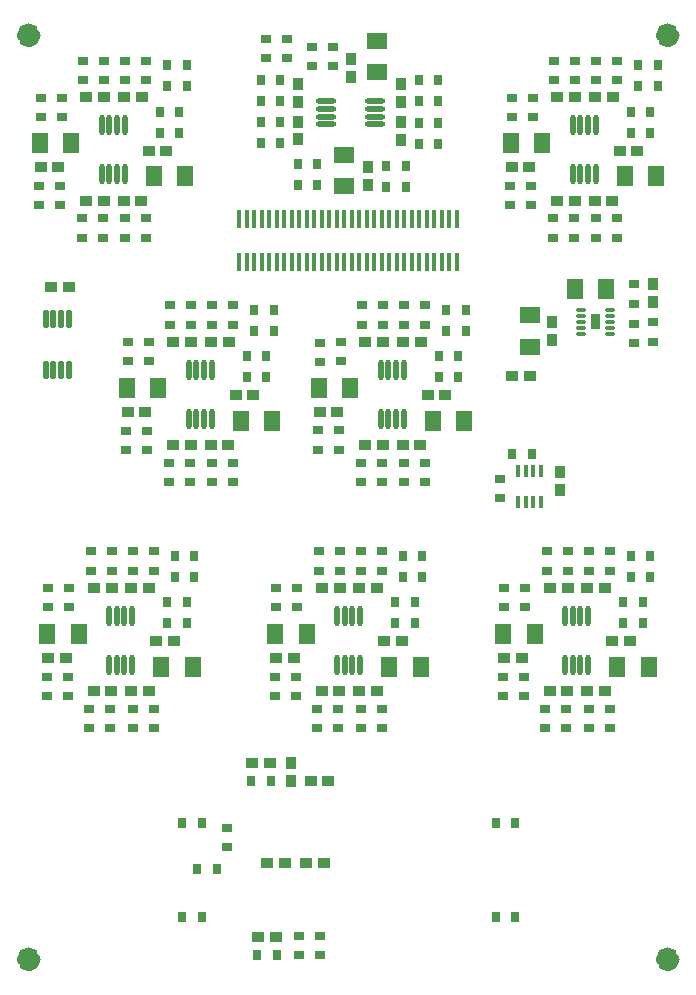
<source format=gbp>
G04*
G04 #@! TF.GenerationSoftware,Altium Limited,Altium Designer,25.2.1 (25)*
G04*
G04 Layer_Color=128*
%FSLAX44Y44*%
%MOMM*%
G71*
G04*
G04 #@! TF.SameCoordinates,DD28D0EF-0707-4658-9377-252522D621C3*
G04*
G04*
G04 #@! TF.FilePolarity,Positive*
G04*
G01*
G75*
%ADD21R,0.4318X1.0033*%
G04:AMPARAMS|DCode=22|XSize=0.81mm|YSize=0.27mm|CornerRadius=0.0338mm|HoleSize=0mm|Usage=FLASHONLY|Rotation=0.000|XOffset=0mm|YOffset=0mm|HoleType=Round|Shape=RoundedRectangle|*
%AMROUNDEDRECTD22*
21,1,0.8100,0.2025,0,0,0.0*
21,1,0.7425,0.2700,0,0,0.0*
1,1,0.0675,0.3713,-0.1013*
1,1,0.0675,-0.3713,-0.1013*
1,1,0.0675,-0.3713,0.1013*
1,1,0.0675,0.3713,0.1013*
%
%ADD22ROUNDEDRECTD22*%
%ADD23O,0.4500X1.8000*%
%ADD24O,1.8000X0.4500*%
%ADD26R,0.9300X0.7900*%
%ADD27R,0.7900X0.9300*%
%ADD28R,0.9000X0.7500*%
%ADD30R,0.9500X1.0000*%
%ADD31R,1.4400X1.8200*%
%ADD32R,1.8200X1.4400*%
%ADD33R,1.0000X0.9500*%
%ADD34C,1.0160*%
G04:AMPARAMS|DCode=59|XSize=1.47mm|YSize=0.48mm|CornerRadius=0.06mm|HoleSize=0mm|Usage=FLASHONLY|Rotation=90.000|XOffset=0mm|YOffset=0mm|HoleType=Round|Shape=RoundedRectangle|*
%AMROUNDEDRECTD59*
21,1,1.4700,0.3600,0,0,90.0*
21,1,1.3500,0.4800,0,0,90.0*
1,1,0.1200,0.1800,0.6750*
1,1,0.1200,0.1800,-0.6750*
1,1,0.1200,-0.1800,-0.6750*
1,1,0.1200,-0.1800,0.6750*
%
%ADD59ROUNDEDRECTD59*%
%ADD60R,0.4000X1.6000*%
G36*
X491510Y548545D02*
X499090D01*
Y561195D01*
X491510D01*
Y548545D01*
D02*
G37*
D21*
X429670Y402019D02*
D03*
X436170D02*
D03*
X442670D02*
D03*
X449170D02*
D03*
Y428562D02*
D03*
X442670D02*
D03*
X436170D02*
D03*
X429670D02*
D03*
D22*
X507300Y564870D02*
D03*
X483300Y544870D02*
D03*
X507300Y559870D02*
D03*
Y554870D02*
D03*
Y549870D02*
D03*
Y544870D02*
D03*
X483300Y549870D02*
D03*
Y554870D02*
D03*
Y559870D02*
D03*
Y564870D02*
D03*
D23*
X495350Y679710D02*
D03*
X488850D02*
D03*
X482350D02*
D03*
X475850D02*
D03*
X495350Y721210D02*
D03*
X488850D02*
D03*
X482350D02*
D03*
X475850D02*
D03*
X96570Y679710D02*
D03*
X90070D02*
D03*
X83570D02*
D03*
X77070D02*
D03*
X96570Y721210D02*
D03*
X90070D02*
D03*
X83570D02*
D03*
X77070D02*
D03*
X332790Y472820D02*
D03*
X326290D02*
D03*
X319790D02*
D03*
X313290D02*
D03*
X332790Y514320D02*
D03*
X326290D02*
D03*
X319790D02*
D03*
X313290D02*
D03*
X489000Y264420D02*
D03*
X482500D02*
D03*
X476000D02*
D03*
X469500D02*
D03*
X489000Y305920D02*
D03*
X482500D02*
D03*
X476000D02*
D03*
X469500D02*
D03*
X295960Y264420D02*
D03*
X289460D02*
D03*
X282960D02*
D03*
X276460D02*
D03*
X295960Y305920D02*
D03*
X289460D02*
D03*
X282960D02*
D03*
X276460D02*
D03*
X102920Y264420D02*
D03*
X96420D02*
D03*
X89920D02*
D03*
X83420D02*
D03*
X102920Y305920D02*
D03*
X96420D02*
D03*
X89920D02*
D03*
X83420D02*
D03*
X170230Y472700D02*
D03*
X163730D02*
D03*
X157230D02*
D03*
X150730D02*
D03*
X170230Y514200D02*
D03*
X163730D02*
D03*
X157230D02*
D03*
X150730D02*
D03*
D24*
X308350Y741730D02*
D03*
Y735230D02*
D03*
Y728730D02*
D03*
Y722230D02*
D03*
X266850Y741730D02*
D03*
Y735230D02*
D03*
Y728730D02*
D03*
Y722230D02*
D03*
D26*
X414450Y405776D02*
D03*
Y422176D02*
D03*
X243840Y34870D02*
D03*
Y18470D02*
D03*
X261620Y34870D02*
D03*
Y18470D02*
D03*
X182880Y126310D02*
D03*
Y109910D02*
D03*
X527706Y537068D02*
D03*
Y553468D02*
D03*
Y570280D02*
D03*
Y586680D02*
D03*
X513540Y626220D02*
D03*
Y642620D02*
D03*
X114760Y626220D02*
D03*
Y642620D02*
D03*
X350980Y419330D02*
D03*
Y435730D02*
D03*
X507190Y210930D02*
D03*
Y227330D02*
D03*
X314150Y210930D02*
D03*
Y227330D02*
D03*
X121110Y210930D02*
D03*
Y227330D02*
D03*
X188420Y419210D02*
D03*
Y435610D02*
D03*
X495760Y642620D02*
D03*
Y626220D02*
D03*
X96980Y642620D02*
D03*
Y626220D02*
D03*
X333200Y435730D02*
D03*
Y419330D02*
D03*
X489410Y227330D02*
D03*
Y210930D02*
D03*
X296370Y227330D02*
D03*
Y210930D02*
D03*
X103330Y227330D02*
D03*
Y210930D02*
D03*
X170640Y435610D02*
D03*
Y419210D02*
D03*
X513660Y775970D02*
D03*
Y759570D02*
D03*
X114880Y775970D02*
D03*
Y759570D02*
D03*
X351100Y569080D02*
D03*
Y552680D02*
D03*
X507310Y360680D02*
D03*
Y344280D02*
D03*
X314270Y360680D02*
D03*
Y344280D02*
D03*
X121230Y360680D02*
D03*
Y344280D02*
D03*
X188540Y568960D02*
D03*
Y552560D02*
D03*
X495880Y759570D02*
D03*
Y775970D02*
D03*
X97100Y759570D02*
D03*
Y775970D02*
D03*
X333320Y552680D02*
D03*
Y569080D02*
D03*
X489530Y344280D02*
D03*
Y360680D02*
D03*
X296490Y344280D02*
D03*
Y360680D02*
D03*
X103450Y344280D02*
D03*
Y360680D02*
D03*
X170760Y552560D02*
D03*
Y568960D02*
D03*
X476710Y626220D02*
D03*
Y642620D02*
D03*
X77930Y626220D02*
D03*
Y642620D02*
D03*
X314150Y419330D02*
D03*
Y435730D02*
D03*
X470360Y210930D02*
D03*
Y227330D02*
D03*
X277320Y210930D02*
D03*
Y227330D02*
D03*
X84280Y210930D02*
D03*
Y227330D02*
D03*
X151590Y419210D02*
D03*
Y435610D02*
D03*
X458930Y642620D02*
D03*
Y626220D02*
D03*
X60150Y642620D02*
D03*
Y626220D02*
D03*
X296370Y435730D02*
D03*
Y419330D02*
D03*
X452580Y227330D02*
D03*
Y210930D02*
D03*
X259540Y227330D02*
D03*
Y210930D02*
D03*
X66500Y227330D02*
D03*
Y210930D02*
D03*
X133810Y435610D02*
D03*
Y419210D02*
D03*
X478100Y775970D02*
D03*
Y759570D02*
D03*
X79320Y775970D02*
D03*
Y759570D02*
D03*
X315540Y569080D02*
D03*
Y552680D02*
D03*
X471750Y360680D02*
D03*
Y344280D02*
D03*
X278710Y360680D02*
D03*
Y344280D02*
D03*
X85670Y360680D02*
D03*
Y344280D02*
D03*
X152980Y568960D02*
D03*
Y552560D02*
D03*
X460320Y759570D02*
D03*
Y775970D02*
D03*
X61540Y759570D02*
D03*
Y775970D02*
D03*
X297760Y552680D02*
D03*
Y569080D02*
D03*
X453970Y344280D02*
D03*
Y360680D02*
D03*
X260930Y344280D02*
D03*
Y360680D02*
D03*
X67890Y344280D02*
D03*
Y360680D02*
D03*
X135200Y552560D02*
D03*
Y568960D02*
D03*
X215900Y794330D02*
D03*
Y777930D02*
D03*
X233680Y794330D02*
D03*
Y777930D02*
D03*
X441960Y728400D02*
D03*
Y744800D02*
D03*
X43180Y728400D02*
D03*
Y744800D02*
D03*
X279400Y521510D02*
D03*
Y537910D02*
D03*
X435610Y313110D02*
D03*
Y329510D02*
D03*
X242570Y313110D02*
D03*
Y329510D02*
D03*
X49530Y313110D02*
D03*
Y329510D02*
D03*
X116840Y521390D02*
D03*
Y537790D02*
D03*
X440690Y653470D02*
D03*
Y669870D02*
D03*
X41910Y653470D02*
D03*
Y669870D02*
D03*
X278130Y446580D02*
D03*
Y462980D02*
D03*
X434340Y238180D02*
D03*
Y254580D02*
D03*
X241300Y238180D02*
D03*
Y254580D02*
D03*
X48260Y238180D02*
D03*
Y254580D02*
D03*
X115570Y446460D02*
D03*
Y462860D02*
D03*
X424180Y728400D02*
D03*
Y744800D02*
D03*
X25400Y728400D02*
D03*
Y744800D02*
D03*
X261620Y520810D02*
D03*
Y537210D02*
D03*
X417830Y313110D02*
D03*
Y329510D02*
D03*
X224790Y313110D02*
D03*
Y329510D02*
D03*
X31750Y313110D02*
D03*
Y329510D02*
D03*
X99060Y521390D02*
D03*
Y537790D02*
D03*
X422910Y653470D02*
D03*
Y669870D02*
D03*
X24130Y653470D02*
D03*
Y669870D02*
D03*
X260350Y446580D02*
D03*
Y462980D02*
D03*
X416560Y238180D02*
D03*
Y254580D02*
D03*
X223520Y238180D02*
D03*
Y254580D02*
D03*
X30480Y238180D02*
D03*
Y254580D02*
D03*
X97790Y446460D02*
D03*
Y462860D02*
D03*
X273050Y787980D02*
D03*
Y771580D02*
D03*
X255270D02*
D03*
Y787980D02*
D03*
D27*
X441270Y443230D02*
D03*
X424870D02*
D03*
X161870Y130810D02*
D03*
X145470D02*
D03*
X410900D02*
D03*
X427300D02*
D03*
X410900Y50800D02*
D03*
X427300D02*
D03*
X161870D02*
D03*
X145470D02*
D03*
X220290Y166370D02*
D03*
X203890D02*
D03*
X174570Y91440D02*
D03*
X158170D02*
D03*
X225370Y19050D02*
D03*
X208970D02*
D03*
X361840Y759920D02*
D03*
X345440D02*
D03*
Y742140D02*
D03*
X361840D02*
D03*
X212090Y760040D02*
D03*
X228490D02*
D03*
Y742260D02*
D03*
X212090D02*
D03*
X361840Y723090D02*
D03*
X345440D02*
D03*
Y705310D02*
D03*
X361840D02*
D03*
X212090Y724480D02*
D03*
X228490D02*
D03*
Y706700D02*
D03*
X212090D02*
D03*
X547950Y772160D02*
D03*
X531550D02*
D03*
X149170D02*
D03*
X132770D02*
D03*
X385390Y565270D02*
D03*
X368990D02*
D03*
X541600Y356870D02*
D03*
X525200D02*
D03*
X348560D02*
D03*
X332160D02*
D03*
X155520D02*
D03*
X139120D02*
D03*
X222830Y565150D02*
D03*
X206430D02*
D03*
X547950Y754380D02*
D03*
X531550D02*
D03*
X149170D02*
D03*
X132770D02*
D03*
X385390Y547490D02*
D03*
X368990D02*
D03*
X541600Y339090D02*
D03*
X525200D02*
D03*
X348560D02*
D03*
X332160D02*
D03*
X155520D02*
D03*
X139120D02*
D03*
X222830Y547370D02*
D03*
X206430D02*
D03*
X259660Y688340D02*
D03*
X243260D02*
D03*
X334590Y687070D02*
D03*
X318190D02*
D03*
X259660Y670560D02*
D03*
X243260D02*
D03*
X334590Y669290D02*
D03*
X318190D02*
D03*
X541600Y715010D02*
D03*
X525200D02*
D03*
X142820D02*
D03*
X126420D02*
D03*
X379040Y508120D02*
D03*
X362640D02*
D03*
X535250Y299720D02*
D03*
X518850D02*
D03*
X342210D02*
D03*
X325810D02*
D03*
X149170D02*
D03*
X132770D02*
D03*
X216480Y508000D02*
D03*
X200080D02*
D03*
X525200Y732790D02*
D03*
X541600D02*
D03*
X126420D02*
D03*
X142820D02*
D03*
X362640Y525900D02*
D03*
X379040D02*
D03*
X518850Y317500D02*
D03*
X535250D02*
D03*
X325810D02*
D03*
X342210D02*
D03*
X132770D02*
D03*
X149170D02*
D03*
X200080Y525780D02*
D03*
X216480D02*
D03*
D28*
X544130Y554640D02*
D03*
Y537640D02*
D03*
D30*
X464820Y427870D02*
D03*
Y412870D02*
D03*
X237490Y166490D02*
D03*
Y181490D02*
D03*
X458470Y554870D02*
D03*
Y539870D02*
D03*
X544130Y586660D02*
D03*
Y571660D02*
D03*
X330780Y755990D02*
D03*
Y740990D02*
D03*
X243150Y756110D02*
D03*
Y741110D02*
D03*
X330780Y724240D02*
D03*
Y709240D02*
D03*
X243150Y724360D02*
D03*
Y709360D02*
D03*
X302260Y670680D02*
D03*
Y685680D02*
D03*
X288290Y762120D02*
D03*
Y777120D02*
D03*
D31*
X477750Y582650D02*
D03*
X504470D02*
D03*
X520040Y678180D02*
D03*
X546760D02*
D03*
X121260D02*
D03*
X147980D02*
D03*
X357480Y471290D02*
D03*
X384200D02*
D03*
X513690Y262890D02*
D03*
X540410D02*
D03*
X320650D02*
D03*
X347370D02*
D03*
X127610D02*
D03*
X154330D02*
D03*
X194920Y471170D02*
D03*
X221640D02*
D03*
X98400Y499110D02*
D03*
X125120D02*
D03*
X31090Y290830D02*
D03*
X57810D02*
D03*
X224130D02*
D03*
X250850D02*
D03*
X417170D02*
D03*
X443890D02*
D03*
X260960Y499230D02*
D03*
X287680D02*
D03*
X24740Y706120D02*
D03*
X51460D02*
D03*
X423520D02*
D03*
X450240D02*
D03*
D32*
X439420Y534010D02*
D03*
Y560730D02*
D03*
X309880Y766420D02*
D03*
Y793140D02*
D03*
X281940Y669900D02*
D03*
Y696620D02*
D03*
D33*
X34410Y584200D02*
D03*
X49410D02*
D03*
X254120Y166370D02*
D03*
X269120D02*
D03*
X232290Y96520D02*
D03*
X217290D02*
D03*
X250310D02*
D03*
X265310D02*
D03*
X209670Y34290D02*
D03*
X224670D02*
D03*
X219590Y181610D02*
D03*
X204590D02*
D03*
X439635Y508935D02*
D03*
X424635D02*
D03*
X509610Y657280D02*
D03*
X494610D02*
D03*
X110830D02*
D03*
X95830D02*
D03*
X347050Y450390D02*
D03*
X332050D02*
D03*
X503260Y241990D02*
D03*
X488260D02*
D03*
X310220D02*
D03*
X295220D02*
D03*
X117180D02*
D03*
X102180D02*
D03*
X184490Y450270D02*
D03*
X169490D02*
D03*
X509730Y744910D02*
D03*
X494730D02*
D03*
X110950D02*
D03*
X95950D02*
D03*
X347170Y538020D02*
D03*
X332170D02*
D03*
X503380Y329620D02*
D03*
X488380D02*
D03*
X310340D02*
D03*
X295340D02*
D03*
X117300D02*
D03*
X102300D02*
D03*
X184610Y537900D02*
D03*
X169610D02*
D03*
X477860Y657280D02*
D03*
X462860D02*
D03*
X79080D02*
D03*
X64080D02*
D03*
X315300Y450390D02*
D03*
X300300D02*
D03*
X471510Y241990D02*
D03*
X456510D02*
D03*
X278470D02*
D03*
X263470D02*
D03*
X85430D02*
D03*
X70430D02*
D03*
X152740Y450270D02*
D03*
X137740D02*
D03*
X477980Y744910D02*
D03*
X462980D02*
D03*
X79200D02*
D03*
X64200D02*
D03*
X315420Y538020D02*
D03*
X300420D02*
D03*
X471630Y329620D02*
D03*
X456630D02*
D03*
X278590D02*
D03*
X263590D02*
D03*
X85550D02*
D03*
X70550D02*
D03*
X152860Y537900D02*
D03*
X137860D02*
D03*
X424300Y685800D02*
D03*
X439300D02*
D03*
X25520D02*
D03*
X40520D02*
D03*
X261740Y478910D02*
D03*
X276740D02*
D03*
X417950Y270510D02*
D03*
X432950D02*
D03*
X224910D02*
D03*
X239910D02*
D03*
X515740Y699770D02*
D03*
X530740D02*
D03*
X116960D02*
D03*
X131960D02*
D03*
X353180Y492880D02*
D03*
X368180D02*
D03*
X509390Y284480D02*
D03*
X524390D02*
D03*
X316350D02*
D03*
X331350D02*
D03*
X123310D02*
D03*
X138310D02*
D03*
X190620Y492760D02*
D03*
X205620D02*
D03*
X99180Y478790D02*
D03*
X114180D02*
D03*
X31870Y270510D02*
D03*
X46870D02*
D03*
D34*
X20320Y15240D02*
G03*
X20320Y15240I-5080J0D01*
G01*
X561340D02*
G03*
X561340Y15240I-5080J0D01*
G01*
X20320Y797560D02*
G03*
X20320Y797560I-5080J0D01*
G01*
X561340D02*
G03*
X561340Y797560I-5080J0D01*
G01*
D59*
X49120Y514440D02*
D03*
X42620D02*
D03*
X36120D02*
D03*
X29620D02*
D03*
Y557440D02*
D03*
X36120D02*
D03*
X42620D02*
D03*
X49120D02*
D03*
D60*
X193675Y606000D02*
D03*
Y642000D02*
D03*
X200025Y606000D02*
D03*
Y642000D02*
D03*
X206375Y606000D02*
D03*
Y642000D02*
D03*
X212725Y606000D02*
D03*
Y642000D02*
D03*
X219075Y606000D02*
D03*
Y642000D02*
D03*
X225425Y606000D02*
D03*
Y642000D02*
D03*
X231775Y606000D02*
D03*
Y642000D02*
D03*
X238125Y606000D02*
D03*
Y642000D02*
D03*
X244475Y606000D02*
D03*
Y642000D02*
D03*
X250825Y606000D02*
D03*
Y642000D02*
D03*
X257175Y606000D02*
D03*
Y642000D02*
D03*
X263525Y606000D02*
D03*
Y642000D02*
D03*
X269875Y606000D02*
D03*
Y642000D02*
D03*
X276225Y606000D02*
D03*
Y642000D02*
D03*
X282575Y606000D02*
D03*
Y642000D02*
D03*
X288925Y606000D02*
D03*
Y642000D02*
D03*
X295275Y606000D02*
D03*
Y642000D02*
D03*
X301625Y606000D02*
D03*
Y642000D02*
D03*
X307975Y606000D02*
D03*
Y642000D02*
D03*
X314325Y606000D02*
D03*
Y642000D02*
D03*
X320675Y606000D02*
D03*
Y642000D02*
D03*
X327025Y606000D02*
D03*
Y642000D02*
D03*
X333375Y606000D02*
D03*
Y642000D02*
D03*
X339725Y606000D02*
D03*
Y642000D02*
D03*
X346075Y606000D02*
D03*
Y642000D02*
D03*
X352425Y606000D02*
D03*
Y642000D02*
D03*
X358775Y606000D02*
D03*
Y642000D02*
D03*
X365125Y606000D02*
D03*
Y642000D02*
D03*
X371475Y606000D02*
D03*
Y642000D02*
D03*
X377825Y606000D02*
D03*
Y642000D02*
D03*
M02*

</source>
